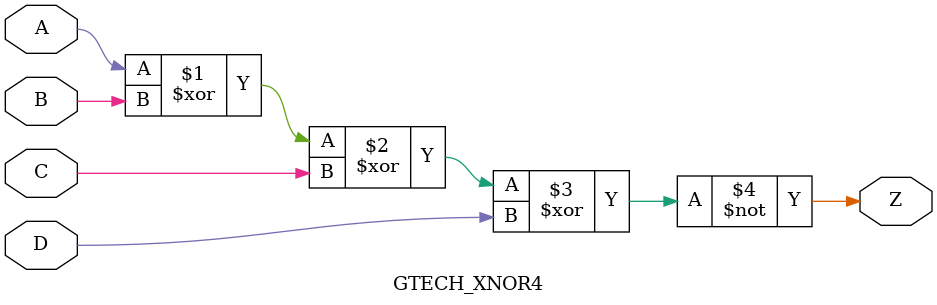
<source format=v>



module GTECH_XNOR4 (A, B, C, D, Z);  
	input A, B, C, D;
	output Z;

	assign Z = ~(A ^ B ^ C ^ D);
endmodule




</source>
